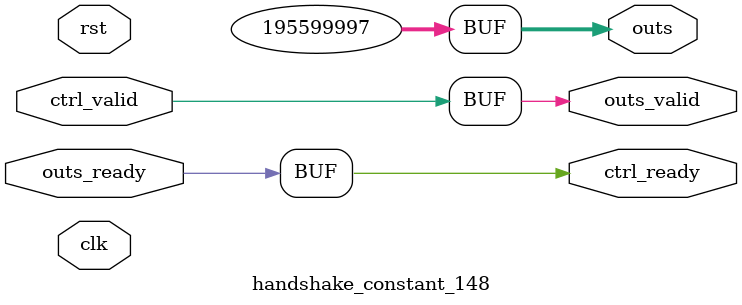
<source format=v>
`timescale 1ns / 1ps
module handshake_constant_148 #(
  parameter DATA_WIDTH = 32  // Default set to 32 bits
) (
  input                       clk,
  input                       rst,
  // Input Channel
  input                       ctrl_valid,
  output                      ctrl_ready,
  // Output Channel
  output [DATA_WIDTH - 1 : 0] outs,
  output                      outs_valid,
  input                       outs_ready
);
  assign outs       = 29'b01011101010001001111001111101;
  assign outs_valid = ctrl_valid;
  assign ctrl_ready = outs_ready;

endmodule

</source>
